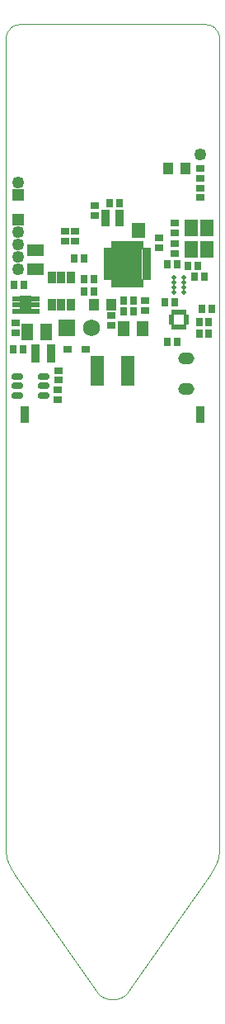
<source format=gts>
G04*
G04 #@! TF.GenerationSoftware,Altium Limited,Altium Designer,19.1.5 (86)*
G04*
G04 Layer_Color=8388736*
%FSLAX25Y25*%
%MOIN*%
G70*
G01*
G75*
%ADD15C,0.00050*%
%ADD16R,0.03756X0.06512*%
%ADD17R,0.02772X0.01984*%
%ADD18R,0.03835X0.04701*%
%ADD19R,0.02969X0.03362*%
%ADD20R,0.12024X0.12024*%
%ADD21R,0.03756X0.02024*%
%ADD22R,0.02024X0.03756*%
%ADD23R,0.03126X0.03520*%
%ADD24R,0.03520X0.03126*%
%ADD25R,0.04543X0.06472*%
%ADD26R,0.03362X0.02969*%
%ADD27C,0.02024*%
%ADD28R,0.02083X0.02083*%
%ADD29R,0.05528X0.06512*%
%ADD30O,0.04937X0.02969*%
%ADD31R,0.05528X0.12024*%
%ADD32R,0.04543X0.06512*%
%ADD33R,0.06512X0.04543*%
%ADD34R,0.03756X0.07693*%
%ADD35R,0.04504X0.07299*%
%ADD36R,0.03756X0.02181*%
%ADD37R,0.03362X0.04937*%
%ADD38R,0.03362X0.02575*%
%ADD39C,0.04937*%
%ADD40R,0.04937X0.04937*%
%ADD41C,0.06906*%
%ADD42R,0.06906X0.06906*%
%ADD43O,0.06512X0.04937*%
D15*
X83079Y50936D02*
X83633Y51771D01*
X84143Y52633D01*
X84609Y53520D01*
X85029Y54430D01*
X85403Y55360D01*
X85728Y56307D01*
X86005Y57270D01*
X86233Y58246D01*
X86410Y59232D01*
X86537Y60226D01*
X86614Y61225D01*
X86639Y62227D01*
X36882Y3383D02*
X37511Y2596D01*
X38236Y1897D01*
X39044Y1295D01*
X39922Y802D01*
X40855Y425D01*
X41830Y170D01*
X42829Y41D01*
X43836D01*
X44835Y170D01*
X45809Y425D01*
X46743Y802D01*
X47621Y1295D01*
X48428Y1897D01*
X49153Y2596D01*
X49782Y3383D01*
X25Y62227D02*
X51Y61225D01*
X127Y60226D01*
X254Y59232D01*
X432Y58246D01*
X659Y57270D01*
X936Y56307D01*
X1262Y55360D01*
X1635Y54430D01*
X2055Y53520D01*
X2521Y52633D01*
X3031Y51771D01*
X3585Y50936D01*
X5931Y393726D02*
X4905Y393636D01*
X3911Y393370D01*
X2978Y392935D01*
X2135Y392344D01*
X1407Y391616D01*
X816Y390773D01*
X381Y389840D01*
X115Y388846D01*
X25Y387820D01*
X86639Y387820D02*
X86550Y388846D01*
X86283Y389840D01*
X85848Y390773D01*
X85258Y391616D01*
X84530Y392344D01*
X83686Y392935D01*
X82753Y393370D01*
X81759Y393636D01*
X80734Y393726D01*
X86639Y62227D02*
Y387820D01*
X49782Y3383D02*
X83079Y50936D01*
X3585D02*
X36882Y3383D01*
X25Y62227D02*
Y387820D01*
X5931Y393726D02*
X80734D01*
D16*
X7874Y236221D02*
D03*
X78740D02*
D03*
X40347Y315600D02*
D03*
X46253D02*
D03*
D17*
X55200Y312568D02*
D03*
Y308631D02*
D03*
Y310600D02*
D03*
X52641D02*
D03*
Y308631D02*
D03*
Y312568D02*
D03*
D18*
X72725Y335400D02*
D03*
X65875D02*
D03*
X35875Y280500D02*
D03*
X42725D02*
D03*
D19*
X64631Y281400D02*
D03*
X68568D02*
D03*
X80468Y291700D02*
D03*
X76531D02*
D03*
X31853Y290900D02*
D03*
X35790D02*
D03*
X3232Y262649D02*
D03*
X7169D02*
D03*
X3531Y288600D02*
D03*
X7468D02*
D03*
X65632Y265500D02*
D03*
X69569D02*
D03*
D20*
X49238Y296876D02*
D03*
D21*
X57013Y302387D02*
D03*
Y300813D02*
D03*
Y299238D02*
D03*
Y297663D02*
D03*
Y296088D02*
D03*
Y294513D02*
D03*
Y292939D02*
D03*
Y291364D02*
D03*
X41462D02*
D03*
Y292939D02*
D03*
Y294513D02*
D03*
Y296088D02*
D03*
Y297663D02*
D03*
Y299238D02*
D03*
Y300813D02*
D03*
Y302387D02*
D03*
D22*
X54750Y289100D02*
D03*
X53175D02*
D03*
X51600D02*
D03*
X50025D02*
D03*
X48450D02*
D03*
X46876D02*
D03*
X45301D02*
D03*
X43726D02*
D03*
Y304651D02*
D03*
X45301D02*
D03*
X46876D02*
D03*
X48450D02*
D03*
X50025D02*
D03*
X51600D02*
D03*
X53175D02*
D03*
X54750D02*
D03*
D23*
X31769Y299200D02*
D03*
X27832D02*
D03*
X82269Y268800D02*
D03*
X78332D02*
D03*
X82269Y273600D02*
D03*
X78332D02*
D03*
X51818Y282319D02*
D03*
X47881D02*
D03*
X51818Y277919D02*
D03*
X47881D02*
D03*
X69468Y296800D02*
D03*
X65531D02*
D03*
X77668Y296200D02*
D03*
X73731D02*
D03*
X83447Y278900D02*
D03*
X79510D02*
D03*
X42132Y321400D02*
D03*
X46069D02*
D03*
X35868Y286000D02*
D03*
X31931D02*
D03*
D24*
X28300Y306132D02*
D03*
Y310068D02*
D03*
X56400Y282169D02*
D03*
Y278232D02*
D03*
X62200Y307569D02*
D03*
Y303631D02*
D03*
X24200Y306132D02*
D03*
Y310068D02*
D03*
X68500Y313568D02*
D03*
Y309631D02*
D03*
Y305068D02*
D03*
Y301132D02*
D03*
X21300Y242332D02*
D03*
Y246269D02*
D03*
X36100Y320369D02*
D03*
Y316431D02*
D03*
X78700Y335400D02*
D03*
Y331463D02*
D03*
D25*
X55558Y270800D02*
D03*
X47842D02*
D03*
D26*
X42700Y272232D02*
D03*
Y276168D02*
D03*
X21379Y253969D02*
D03*
Y250031D02*
D03*
X4100Y273138D02*
D03*
Y269201D02*
D03*
X78700Y327668D02*
D03*
Y323731D02*
D03*
D27*
X68132Y291353D02*
D03*
X72069D02*
D03*
X68132Y289384D02*
D03*
X72069D02*
D03*
X68132Y287416D02*
D03*
X72069D02*
D03*
X68132Y285447D02*
D03*
X72069D02*
D03*
D28*
Y277453D02*
D03*
X73102Y275484D02*
D03*
Y273516D02*
D03*
X72069Y271547D02*
D03*
X70100Y277453D02*
D03*
Y271547D02*
D03*
X68132Y277453D02*
D03*
X67098Y275484D02*
D03*
Y273516D02*
D03*
X68132Y271547D02*
D03*
D29*
X75142Y303001D02*
D03*
X81441D02*
D03*
X75142Y311663D02*
D03*
X81441D02*
D03*
D30*
X15561Y243945D02*
D03*
Y247685D02*
D03*
Y251425D02*
D03*
X4932Y243945D02*
D03*
Y247685D02*
D03*
Y251425D02*
D03*
D31*
X37199Y253800D02*
D03*
X49601D02*
D03*
D32*
X16639Y269400D02*
D03*
X8961D02*
D03*
D33*
X12200Y294961D02*
D03*
Y302639D02*
D03*
D34*
X12250Y260800D02*
D03*
X18550D02*
D03*
D35*
X8269Y280337D02*
D03*
D36*
X4351Y282896D02*
D03*
Y280337D02*
D03*
Y277778D02*
D03*
X12186Y282896D02*
D03*
Y280337D02*
D03*
Y277778D02*
D03*
D37*
X26340Y280587D02*
D03*
X18860D02*
D03*
Y291413D02*
D03*
X22600D02*
D03*
X26340D02*
D03*
X22600Y280587D02*
D03*
D38*
X25257Y262500D02*
D03*
X32343Y262500D02*
D03*
D39*
X78700Y341200D02*
D03*
X5000Y310000D02*
D03*
Y305000D02*
D03*
Y300000D02*
D03*
Y295000D02*
D03*
Y330000D02*
D03*
D40*
Y315000D02*
D03*
Y325000D02*
D03*
D41*
X34900Y271300D02*
D03*
D42*
X24900D02*
D03*
D43*
X73300Y258999D02*
D03*
Y246401D02*
D03*
M02*

</source>
